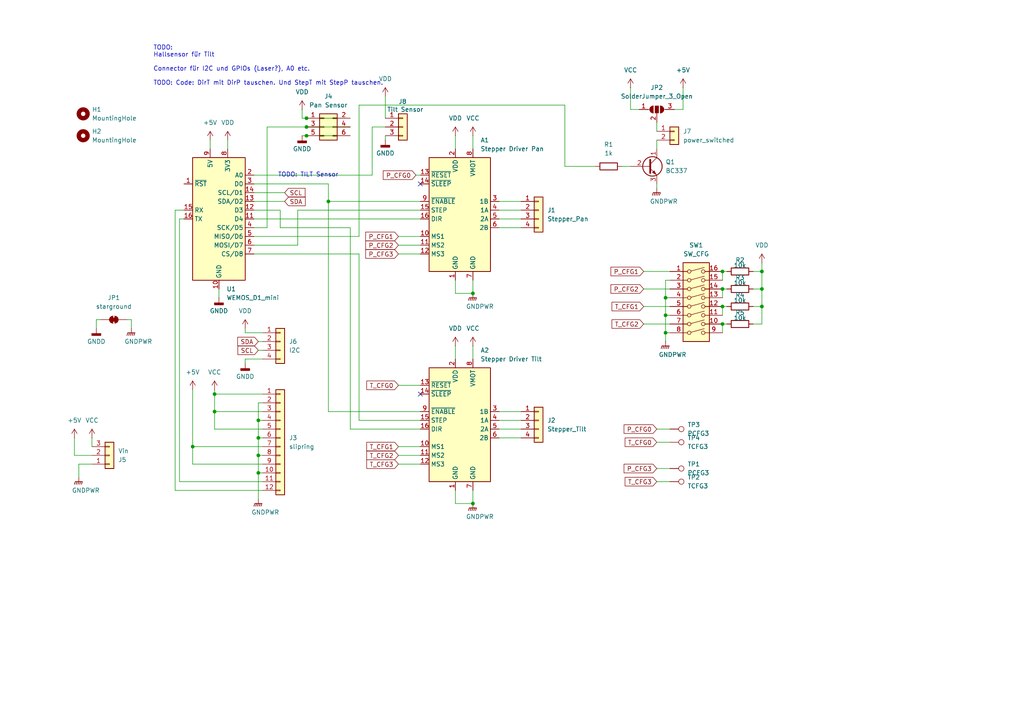
<source format=kicad_sch>
(kicad_sch (version 20231120) (generator "eeschema") (generator_version "8.0")
  (paper "A4")
  (lib_symbols
    (symbol "Connector:TestPoint" (pin_numbers hide) (pin_names (offset 0.762) hide)
      (property "Reference" "TP" (at 0 6.858 0))
      (property "Value" "TestPoint" (at 0 5.08 0))
      (symbol "TestPoint_0_1"
        (circle (center 0 3.302) (radius 0.762))
      )
      (symbol "TestPoint_1_1"
        (pin passive line (at 0 0 90) (length 2.54) (name "1") (number "1"))
      )
    )
    (symbol "Connector_Generic:Conn_01x02" (pin_names (offset 1.016) hide)
      (property "Reference" "J" (at 0 2.54 0))
      (property "Value" "Conn_01x02" (at 0 -5.08 0))
      (symbol "Conn_01x02_1_1"
        (rectangle (start -1.27 -2.413) (end 0 -2.667) (stroke (width 0.1524)))
        (rectangle (start -1.27 0.127) (end 0 -0.127) (stroke (width 0.1524)))
        (rectangle (start -1.27 1.27) (end 1.27 -3.81) (stroke (width 0.254)) (fill (type background)))
        (pin passive line (at -5.08 0 0) (length 3.81) (name "Pin_1") (number "1"))
        (pin passive line (at -5.08 -2.54 0) (length 3.81) (name "Pin_2") (number "2"))
      )
    )
    (symbol "Connector_Generic:Conn_01x03" (pin_names (offset 1.016) hide)
      (property "Reference" "J" (at 0 5.08 0))
      (property "Value" "Conn_01x03" (at 0 -5.08 0))
      (symbol "Conn_01x03_1_1"
        (rectangle (start -1.27 -2.413) (end 0 -2.667) (stroke (width 0.1524)))
        (rectangle (start -1.27 0.127) (end 0 -0.127) (stroke (width 0.1524)))
        (rectangle (start -1.27 2.667) (end 0 2.413) (stroke (width 0.1524)))
        (rectangle (start -1.27 3.81) (end 1.27 -3.81) (stroke (width 0.254)) (fill (type background)))
        (pin passive line (at -5.08 2.54 0) (length 3.81) (name "Pin_1") (number "1"))
        (pin passive line (at -5.08 0 0) (length 3.81) (name "Pin_2") (number "2"))
        (pin passive line (at -5.08 -2.54 0) (length 3.81) (name "Pin_3") (number "3"))
      )
    )
    (symbol "Connector_Generic:Conn_01x04" (pin_names (offset 1.016) hide)
      (property "Reference" "J" (at 0 5.08 0))
      (property "Value" "Conn_01x04" (at 0 -7.62 0))
      (symbol "Conn_01x04_1_1"
        (rectangle (start -1.27 -4.953) (end 0 -5.207) (stroke (width 0.1524)))
        (rectangle (start -1.27 -2.413) (end 0 -2.667) (stroke (width 0.1524)))
        (rectangle (start -1.27 0.127) (end 0 -0.127) (stroke (width 0.1524)))
        (rectangle (start -1.27 2.667) (end 0 2.413) (stroke (width 0.1524)))
        (rectangle (start -1.27 3.81) (end 1.27 -6.35) (stroke (width 0.254)) (fill (type background)))
        (pin passive line (at -5.08 2.54 0) (length 3.81) (name "Pin_1") (number "1"))
        (pin passive line (at -5.08 0 0) (length 3.81) (name "Pin_2") (number "2"))
        (pin passive line (at -5.08 -2.54 0) (length 3.81) (name "Pin_3") (number "3"))
        (pin passive line (at -5.08 -5.08 0) (length 3.81) (name "Pin_4") (number "4"))
      )
    )
    (symbol "Connector_Generic:Conn_01x12" (pin_names (offset 1.016) hide)
      (property "Reference" "J" (at 0 15.24 0))
      (property "Value" "Conn_01x12" (at 0 -17.78 0))
      (symbol "Conn_01x12_1_1"
        (rectangle (start -1.27 -15.113) (end 0 -15.367) (stroke (width 0.1524)))
        (rectangle (start -1.27 -12.573) (end 0 -12.827) (stroke (width 0.1524)))
        (rectangle (start -1.27 -10.033) (end 0 -10.287) (stroke (width 0.1524)))
        (rectangle (start -1.27 -7.493) (end 0 -7.747) (stroke (width 0.1524)))
        (rectangle (start -1.27 -4.953) (end 0 -5.207) (stroke (width 0.1524)))
        (rectangle (start -1.27 -2.413) (end 0 -2.667) (stroke (width 0.1524)))
        (rectangle (start -1.27 0.127) (end 0 -0.127) (stroke (width 0.1524)))
        (rectangle (start -1.27 2.667) (end 0 2.413) (stroke (width 0.1524)))
        (rectangle (start -1.27 5.207) (end 0 4.953) (stroke (width 0.1524)))
        (rectangle (start -1.27 7.747) (end 0 7.493) (stroke (width 0.1524)))
        (rectangle (start -1.27 10.287) (end 0 10.033) (stroke (width 0.1524)))
        (rectangle (start -1.27 12.827) (end 0 12.573) (stroke (width 0.1524)))
        (rectangle (start -1.27 13.97) (end 1.27 -16.51) (stroke (width 0.254)) (fill (type background)))
        (pin passive line (at -5.08 12.7 0) (length 3.81) (name "Pin_1") (number "1"))
        (pin passive line (at -5.08 -10.16 0) (length 3.81) (name "Pin_10") (number "10"))
        (pin passive line (at -5.08 -12.7 0) (length 3.81) (name "Pin_11") (number "11"))
        (pin passive line (at -5.08 -15.24 0) (length 3.81) (name "Pin_12") (number "12"))
        (pin passive line (at -5.08 10.16 0) (length 3.81) (name "Pin_2") (number "2"))
        (pin passive line (at -5.08 7.62 0) (length 3.81) (name "Pin_3") (number "3"))
        (pin passive line (at -5.08 5.08 0) (length 3.81) (name "Pin_4") (number "4"))
        (pin passive line (at -5.08 2.54 0) (length 3.81) (name "Pin_5") (number "5"))
        (pin passive line (at -5.08 0 0) (length 3.81) (name "Pin_6") (number "6"))
        (pin passive line (at -5.08 -2.54 0) (length 3.81) (name "Pin_7") (number "7"))
        (pin passive line (at -5.08 -5.08 0) (length 3.81) (name "Pin_8") (number "8"))
        (pin passive line (at -5.08 -7.62 0) (length 3.81) (name "Pin_9") (number "9"))
      )
    )
    (symbol "Connector_Generic:Conn_02x03_Odd_Even" (pin_names (offset 1.016) hide)
      (property "Reference" "J" (at 1.27 5.08 0))
      (property "Value" "Conn_02x03_Odd_Even" (at 1.27 -5.08 0))
      (symbol "Conn_02x03_Odd_Even_1_1"
        (rectangle (start -1.27 -2.413) (end 0 -2.667) (stroke (width 0.1524)))
        (rectangle (start -1.27 0.127) (end 0 -0.127) (stroke (width 0.1524)))
        (rectangle (start -1.27 2.667) (end 0 2.413) (stroke (width 0.1524)))
        (rectangle (start -1.27 3.81) (end 3.81 -3.81) (stroke (width 0.254)) (fill (type background)))
        (rectangle (start 3.81 -2.413) (end 2.54 -2.667) (stroke (width 0.1524)))
        (rectangle (start 3.81 0.127) (end 2.54 -0.127) (stroke (width 0.1524)))
        (rectangle (start 3.81 2.667) (end 2.54 2.413) (stroke (width 0.1524)))
        (pin passive line (at -5.08 2.54 0) (length 3.81) (name "Pin_1") (number "1"))
        (pin passive line (at 7.62 2.54 180) (length 3.81) (name "Pin_2") (number "2"))
        (pin passive line (at -5.08 0 0) (length 3.81) (name "Pin_3") (number "3"))
        (pin passive line (at 7.62 0 180) (length 3.81) (name "Pin_4") (number "4"))
        (pin passive line (at -5.08 -2.54 0) (length 3.81) (name "Pin_5") (number "5"))
        (pin passive line (at 7.62 -2.54 180) (length 3.81) (name "Pin_6") (number "6"))
      )
    )
    (symbol "Device:R" (pin_numbers hide) (pin_names (offset 0))
      (property "Reference" "R" (at 2.032 0 90))
      (property "Value" "R" (at 0 0 90))
      (symbol "R_0_1"
        (rectangle (start -1.016 -2.54) (end 1.016 2.54) (stroke (width 0.254)))
      )
      (symbol "R_1_1"
        (pin passive line (at 0 3.81 270) (length 1.27) (name "~") (number "1"))
        (pin passive line (at 0 -3.81 90) (length 1.27) (name "~") (number "2"))
      )
    )
    (symbol "Driver_Motor:Pololu_Breakout_A4988"
      (property "Reference" "A" (at -2.54 19.05 0))
      (property "Value" "Pololu_Breakout_A4988" (at -2.54 16.51 0))
      (symbol "Pololu_Breakout_A4988_0_1"
        (rectangle (start 10.16 -17.78) (end -7.62 15.24) (stroke (width 0.254)) (fill (type background)))
      )
      (symbol "Pololu_Breakout_A4988_1_1"
        (pin power_in line (at 0 -20.32 90) (length 2.54) (name "GND") (number "1"))
        (pin input line (at -10.16 -7.62 0) (length 2.54) (name "MS1") (number "10"))
        (pin input line (at -10.16 -10.16 0) (length 2.54) (name "MS2") (number "11"))
        (pin input line (at -10.16 -12.7 0) (length 2.54) (name "MS3") (number "12"))
        (pin input line (at -10.16 10.16 0) (length 2.54) (name "~{RESET}") (number "13"))
        (pin input line (at -10.16 7.62 0) (length 2.54) (name "~{SLEEP}") (number "14"))
        (pin input line (at -10.16 0 0) (length 2.54) (name "STEP") (number "15"))
        (pin input line (at -10.16 -2.54 0) (length 2.54) (name "DIR") (number "16"))
        (pin power_in line (at 0 17.78 270) (length 2.54) (name "VDD") (number "2"))
        (pin output line (at 12.7 2.54 180) (length 2.54) (name "1B") (number "3"))
        (pin output line (at 12.7 0 180) (length 2.54) (name "1A") (number "4"))
        (pin output line (at 12.7 -2.54 180) (length 2.54) (name "2A") (number "5"))
        (pin output line (at 12.7 -5.08 180) (length 2.54) (name "2B") (number "6"))
        (pin power_in line (at 5.08 -20.32 90) (length 2.54) (name "GND") (number "7"))
        (pin power_in line (at 5.08 17.78 270) (length 2.54) (name "VMOT") (number "8"))
        (pin input line (at -10.16 2.54 0) (length 2.54) (name "~{ENABLE}") (number "9"))
      )
    )
    (symbol "Jumper:SolderJumper_2_Bridged" (pin_numbers hide) (pin_names (offset 0) hide) (exclude_from_sim yes) (in_bom no)
      (property "Reference" "JP" (at 0 2.032 0))
      (property "Value" "SolderJumper_2_Bridged" (at 0 -2.54 0))
      (symbol "SolderJumper_2_Bridged_0_1"
        (rectangle (start -0.508 0.508) (end 0.508 -0.508) (fill (type outline)))
        (arc (start -0.254 1.016) (mid -1.2656 0) (end -0.254 -1.016))
        (arc (start -0.254 1.016) (mid -1.2656 0) (end -0.254 -1.016) (fill (type outline)))
        (polyline (pts (xy -0.254 1.016) (xy -0.254 -1.016)))
        (polyline (pts (xy 0.254 1.016) (xy 0.254 -1.016)))
        (arc (start 0.254 -1.016) (mid 1.2656 0) (end 0.254 1.016))
        (arc (start 0.254 -1.016) (mid 1.2656 0) (end 0.254 1.016) (fill (type outline)))
      )
      (symbol "SolderJumper_2_Bridged_1_1"
        (pin passive line (at -3.81 0 0) (length 2.54) (name "A") (number "1"))
        (pin passive line (at 3.81 0 180) (length 2.54) (name "B") (number "2"))
      )
    )
    (symbol "Jumper:SolderJumper_3_Open" (pin_names (offset 0) hide) (exclude_from_sim yes) (in_bom no)
      (property "Reference" "JP" (at -2.54 -2.54 0))
      (property "Value" "SolderJumper_3_Open" (at 0 2.794 0))
      (symbol "SolderJumper_3_Open_0_1"
        (arc (start -1.016 1.016) (mid -2.0276 0) (end -1.016 -1.016))
        (arc (start -1.016 1.016) (mid -2.0276 0) (end -1.016 -1.016) (fill (type outline)))
        (rectangle (start -0.508 1.016) (end 0.508 -1.016) (fill (type outline)))
        (polyline (pts (xy -2.54 0) (xy -2.032 0)))
        (polyline (pts (xy -1.016 1.016) (xy -1.016 -1.016)))
        (polyline (pts (xy 0 -1.27) (xy 0 -1.016)))
        (polyline (pts (xy 1.016 1.016) (xy 1.016 -1.016)))
        (polyline (pts (xy 2.54 0) (xy 2.032 0)))
        (arc (start 1.016 -1.016) (mid 2.0276 0) (end 1.016 1.016))
        (arc (start 1.016 -1.016) (mid 2.0276 0) (end 1.016 1.016) (fill (type outline)))
      )
      (symbol "SolderJumper_3_Open_1_1"
        (pin passive line (at -5.08 0 0) (length 2.54) (name "A") (number "1"))
        (pin passive line (at 0 -3.81 90) (length 2.54) (name "C") (number "2"))
        (pin passive line (at 5.08 0 180) (length 2.54) (name "B") (number "3"))
      )
    )
    (symbol "Mechanical:MountingHole" (pin_names (offset 1.016)) (exclude_from_sim yes) (in_bom no)
      (property "Reference" "H" (at 0 5.08 0))
      (property "Value" "MountingHole" (at 0 3.175 0))
      (symbol "MountingHole_0_1"
        (circle (center 0 0) (radius 1.27) (stroke (width 1.27)))
      )
    )
    (symbol "RF_Module:WEMOS_D1_mini"
      (property "Reference" "U" (at 3.81 19.05 0))
      (property "Value" "WEMOS_D1_mini" (at 1.27 -19.05 0))
      (symbol "WEMOS_D1_mini_1_1"
        (rectangle (start -7.62 17.78) (end 7.62 -17.78) (stroke (width 0.254)) (fill (type background)))
        (pin input line (at -10.16 10.16 0) (length 2.54) (name "~{RST}") (number "1"))
        (pin power_in line (at 0 -20.32 90) (length 2.54) (name "GND") (number "10"))
        (pin bidirectional line (at 10.16 0 180) (length 2.54) (name "D4") (number "11"))
        (pin bidirectional line (at 10.16 2.54 180) (length 2.54) (name "D3") (number "12"))
        (pin bidirectional line (at 10.16 5.08 180) (length 2.54) (name "SDA/D2") (number "13"))
        (pin bidirectional line (at 10.16 7.62 180) (length 2.54) (name "SCL/D1") (number "14"))
        (pin input line (at -10.16 2.54 0) (length 2.54) (name "RX") (number "15"))
        (pin output line (at -10.16 0 0) (length 2.54) (name "TX") (number "16"))
        (pin input line (at 10.16 12.7 180) (length 2.54) (name "A0") (number "2"))
        (pin bidirectional line (at 10.16 10.16 180) (length 2.54) (name "D0") (number "3"))
        (pin bidirectional line (at 10.16 -2.54 180) (length 2.54) (name "SCK/D5") (number "4"))
        (pin bidirectional line (at 10.16 -5.08 180) (length 2.54) (name "MISO/D6") (number "5"))
        (pin bidirectional line (at 10.16 -7.62 180) (length 2.54) (name "MOSI/D7") (number "6"))
        (pin bidirectional line (at 10.16 -10.16 180) (length 2.54) (name "CS/D8") (number "7"))
        (pin power_out line (at 2.54 20.32 270) (length 2.54) (name "3V3") (number "8"))
        (pin power_in line (at -2.54 20.32 270) (length 2.54) (name "5V") (number "9"))
      )
    )
    (symbol "Switch:SW_DIP_x08" (pin_names (offset 0) hide)
      (property "Reference" "SW" (at 0 13.97 0))
      (property "Value" "SW_DIP_x08" (at 0 -11.43 0))
      (symbol "SW_DIP_x08_0_0"
        (circle (center -2.032 -7.62) (radius 0.508))
        (circle (center -2.032 -5.08) (radius 0.508))
        (circle (center -2.032 -2.54) (radius 0.508))
        (circle (center -2.032 0) (radius 0.508))
        (circle (center -2.032 2.54) (radius 0.508))
        (circle (center -2.032 5.08) (radius 0.508))
        (circle (center -2.032 7.62) (radius 0.508))
        (circle (center -2.032 10.16) (radius 0.508))
        (polyline (pts (xy -1.524 -7.4676) (xy 2.3622 -6.4262)))
        (polyline (pts (xy -1.524 -4.9276) (xy 2.3622 -3.8862)))
        (polyline (pts (xy -1.524 -2.3876) (xy 2.3622 -1.3462)))
        (polyline (pts (xy -1.524 0.127) (xy 2.3622 1.1684)))
        (polyline (pts (xy -1.524 2.667) (xy 2.3622 3.7084)))
        (polyline (pts (xy -1.524 5.207) (xy 2.3622 6.2484)))
        (polyline (pts (xy -1.524 7.747) (xy 2.3622 8.7884)))
        (polyline (pts (xy -1.524 10.287) (xy 2.3622 11.3284)))
        (circle (center 2.032 -7.62) (radius 0.508))
        (circle (center 2.032 -5.08) (radius 0.508))
        (circle (center 2.032 -2.54) (radius 0.508))
        (circle (center 2.032 0) (radius 0.508))
        (circle (center 2.032 2.54) (radius 0.508))
        (circle (center 2.032 5.08) (radius 0.508))
        (circle (center 2.032 7.62) (radius 0.508))
        (circle (center 2.032 10.16) (radius 0.508))
      )
      (symbol "SW_DIP_x08_0_1"
        (rectangle (start -3.81 12.7) (end 3.81 -10.16) (stroke (width 0.254)) (fill (type background)))
      )
      (symbol "SW_DIP_x08_1_1"
        (pin passive line (at -7.62 10.16 0) (length 5.08) (name "~") (number "1"))
        (pin passive line (at 7.62 -5.08 180) (length 5.08) (name "~") (number "10"))
        (pin passive line (at 7.62 -2.54 180) (length 5.08) (name "~") (number "11"))
        (pin passive line (at 7.62 0 180) (length 5.08) (name "~") (number "12"))
        (pin passive line (at 7.62 2.54 180) (length 5.08) (name "~") (number "13"))
        (pin passive line (at 7.62 5.08 180) (length 5.08) (name "~") (number "14"))
        (pin passive line (at 7.62 7.62 180) (length 5.08) (name "~") (number "15"))
        (pin passive line (at 7.62 10.16 180) (length 5.08) (name "~") (number "16"))
        (pin passive line (at -7.62 7.62 0) (length 5.08) (name "~") (number "2"))
        (pin passive line (at -7.62 5.08 0) (length 5.08) (name "~") (number "3"))
        (pin passive line (at -7.62 2.54 0) (length 5.08) (name "~") (number "4"))
        (pin passive line (at -7.62 0 0) (length 5.08) (name "~") (number "5"))
        (pin passive line (at -7.62 -2.54 0) (length 5.08) (name "~") (number "6"))
        (pin passive line (at -7.62 -5.08 0) (length 5.08) (name "~") (number "7"))
        (pin passive line (at -7.62 -7.62 0) (length 5.08) (name "~") (number "8"))
        (pin passive line (at 7.62 -7.62 180) (length 5.08) (name "~") (number "9"))
      )
    )
    (symbol "Transistor_BJT:BC337" (pin_names (offset 0) hide)
      (property "Reference" "Q" (at 5.08 1.905 0))
      (property "Value" "BC337" (at 5.08 0 0))
      (symbol "BC337_0_1"
        (polyline (pts (xy 0 0) (xy 0.635 0)))
        (polyline (pts (xy 0.635 0.635) (xy 2.54 2.54)))
        (polyline (pts (xy 0.635 -0.635) (xy 2.54 -2.54) (xy 2.54 -2.54)))
        (polyline (pts (xy 0.635 1.905) (xy 0.635 -1.905) (xy 0.635 -1.905)) (stroke (width 0.508)))
        (polyline (pts (xy 1.27 -1.778) (xy 1.778 -1.27) (xy 2.286 -2.286) (xy 1.27 -1.778) (xy 1.27 -1.778)) (fill (type outline)))
        (circle (center 1.27 0) (radius 2.8194) (stroke (width 0.254)))
      )
      (symbol "BC337_1_1"
        (pin passive line (at 2.54 5.08 270) (length 2.54) (name "C") (number "1"))
        (pin input line (at -5.08 0 0) (length 5.08) (name "B") (number "2"))
        (pin passive line (at 2.54 -5.08 90) (length 2.54) (name "E") (number "3"))
      )
    )
    (symbol "power:+5V" (power) (pin_numbers hide) (pin_names (offset 0) hide)
      (property "Value" "+5V" (at 0 3.556 0))
      (symbol "+5V_0_1"
        (polyline (pts (xy -0.762 1.27) (xy 0 2.54)))
        (polyline (pts (xy 0 0) (xy 0 2.54)))
        (polyline (pts (xy 0 2.54) (xy 0.762 1.27)))
      )
      (symbol "+5V_1_1"
        (pin power_in line (at 0 0 90) (length 0) (name "~") (number "1"))
      )
    )
    (symbol "power:GNDD" (power) (pin_numbers hide) (pin_names (offset 0) hide)
      (property "Value" "GNDD" (at 0 -3.175 0))
      (symbol "GNDD_0_1"
        (rectangle (start -1.27 -1.524) (end 1.27 -2.032) (stroke (width 0.254)) (fill (type outline)))
        (polyline (pts (xy 0 0) (xy 0 -1.524)))
      )
      (symbol "GNDD_1_1"
        (pin power_in line (at 0 0 270) (length 0) (name "~") (number "1"))
      )
    )
    (symbol "power:GNDPWR" (power) (pin_numbers hide) (pin_names (offset 0) hide)
      (property "Value" "GNDPWR" (at 0 -3.302 0))
      (symbol "GNDPWR_0_1"
        (polyline (pts (xy 0 -1.27) (xy 0 0)))
        (polyline (pts (xy -1.016 -1.27) (xy -1.27 -2.032) (xy -1.27 -2.032)) (stroke (width 0.2032)))
        (polyline (pts (xy -0.508 -1.27) (xy -0.762 -2.032) (xy -0.762 -2.032)) (stroke (width 0.2032)))
        (polyline (pts (xy 0 -1.27) (xy -0.254 -2.032) (xy -0.254 -2.032)) (stroke (width 0.2032)))
        (polyline (pts (xy 0.508 -1.27) (xy 0.254 -2.032) (xy 0.254 -2.032)) (stroke (width 0.2032)))
        (polyline (pts (xy 1.016 -1.27) (xy -1.016 -1.27) (xy -1.016 -1.27)) (stroke (width 0.2032)))
        (polyline (pts (xy 1.016 -1.27) (xy 0.762 -2.032) (xy 0.762 -2.032) (xy 0.762 -2.032)) (stroke (width 0.2032)))
      )
      (symbol "GNDPWR_1_1"
        (pin power_in line (at 0 0 270) (length 0) (name "~") (number "1"))
      )
    )
    (symbol "power:VCC" (power) (pin_numbers hide) (pin_names (offset 0) hide)
      (property "Value" "VCC" (at 0 3.556 0))
      (symbol "VCC_0_1"
        (polyline (pts (xy -0.762 1.27) (xy 0 2.54)))
        (polyline (pts (xy 0 0) (xy 0 2.54)))
        (polyline (pts (xy 0 2.54) (xy 0.762 1.27)))
      )
      (symbol "VCC_1_1"
        (pin power_in line (at 0 0 90) (length 0) (name "~") (number "1"))
      )
    )
    (symbol "power:VDD" (power) (pin_numbers hide) (pin_names (offset 0) hide)
      (property "Value" "VDD" (at 0 3.556 0))
      (symbol "VDD_0_1"
        (polyline (pts (xy -0.762 1.27) (xy 0 2.54)))
        (polyline (pts (xy 0 0) (xy 0 2.54)))
        (polyline (pts (xy 0 2.54) (xy 0.762 1.27)))
      )
      (symbol "VDD_1_1"
        (pin power_in line (at 0 0 90) (length 0) (name "~") (number "1"))
      )
    )
  )
  (junction (at 62.23 119.38))
  (junction (at 193.04 86.36))
  (junction (at 88.9 34.29))
  (junction (at 209.55 88.9))
  (junction (at 74.93 121.92))
  (junction (at 74.93 127))
  (junction (at 55.88 129.54))
  (junction (at 220.98 88.9))
  (junction (at 209.55 93.98))
  (junction (at 95.25 58.42))
  (junction (at 62.23 114.3))
  (junction (at 209.55 78.74))
  (junction (at 88.9 36.83))
  (junction (at 74.93 137.16))
  (junction (at 137.16 85.09))
  (junction (at 220.98 78.74))
  (junction (at 74.93 132.08))
  (junction (at 88.9 39.37))
  (junction (at 193.04 96.52))
  (junction (at 137.16 146.05))
  (junction (at 209.55 83.82))
  (junction (at 220.98 83.82))
  (junction (at 193.04 91.44))
  (no_connect (at 121.92 53.34))
  (no_connect (at 121.92 114.3))
  (wire (pts (xy 132.08 100.33) (xy 132.08 104.14)))
  (wire (pts (xy 62.23 113.03) (xy 62.23 114.3)))
  (wire (pts (xy 209.55 78.74) (xy 210.82 78.74)))
  (wire (pts (xy 115.57 111.76) (xy 121.92 111.76)))
  (wire (pts (xy 190.5 53.34) (xy 190.5 54.61)))
  (wire (pts (xy 74.93 116.84) (xy 74.93 121.92)))
  (wire (pts (xy 73.66 71.12) (xy 86.36 71.12)))
  (wire (pts (xy 121.92 60.96) (xy 86.36 60.96)))
  (wire (pts (xy 115.57 129.54) (xy 121.92 129.54)))
  (wire (pts (xy 144.78 119.38) (xy 151.13 119.38)))
  (wire (pts (xy 144.78 60.96) (xy 151.13 60.96)))
  (wire (pts (xy 190.5 35.56) (xy 190.5 38.1)))
  (wire (pts (xy 137.16 100.33) (xy 137.16 104.14)))
  (wire (pts (xy 77.47 66.04) (xy 77.47 36.83)))
  (wire (pts (xy 186.69 93.98) (xy 194.31 93.98)))
  (wire (pts (xy 73.66 73.66) (xy 104.14 73.66)))
  (wire (pts (xy 193.04 86.36) (xy 194.31 86.36)))
  (wire (pts (xy 132.08 81.28) (xy 132.08 85.09)))
  (wire (pts (xy 218.44 88.9) (xy 220.98 88.9)))
  (wire (pts (xy 27.94 92.71) (xy 29.21 92.71)))
  (wire (pts (xy 115.57 73.66) (xy 121.92 73.66)))
  (wire (pts (xy 74.93 137.16) (xy 76.2 137.16)))
  (wire (pts (xy 74.93 101.6) (xy 76.2 101.6)))
  (wire (pts (xy 104.14 30.48) (xy 104.14 68.58)))
  (wire (pts (xy 137.16 142.24) (xy 137.16 146.05)))
  (wire (pts (xy 144.78 66.04) (xy 151.13 66.04)))
  (wire (pts (xy 76.2 96.52) (xy 71.12 96.52)))
  (wire (pts (xy 73.66 53.34) (xy 95.25 53.34)))
  (wire (pts (xy 209.55 93.98) (xy 210.82 93.98)))
  (wire (pts (xy 190.5 40.64) (xy 190.5 43.18)))
  (wire (pts (xy 144.78 127) (xy 151.13 127)))
  (wire (pts (xy 81.28 60.96) (xy 73.66 60.96)))
  (wire (pts (xy 74.93 132.08) (xy 76.2 132.08)))
  (wire (pts (xy 209.55 88.9) (xy 210.82 88.9)))
  (wire (pts (xy 52.07 63.5) (xy 52.07 139.7)))
  (wire (pts (xy 21.59 132.08) (xy 21.59 127)))
  (wire (pts (xy 88.9 39.37) (xy 101.6 39.37)))
  (wire (pts (xy 186.69 78.74) (xy 194.31 78.74)))
  (wire (pts (xy 209.55 93.98) (xy 209.55 96.52)))
  (wire (pts (xy 107.95 36.83) (xy 107.95 50.8)))
  (wire (pts (xy 76.2 116.84) (xy 74.93 116.84)))
  (wire (pts (xy 195.58 31.75) (xy 198.12 31.75)))
  (wire (pts (xy 62.23 114.3) (xy 76.2 114.3)))
  (wire (pts (xy 101.6 124.46) (xy 101.6 66.04)))
  (wire (pts (xy 104.14 68.58) (xy 73.66 68.58)))
  (wire (pts (xy 132.08 146.05) (xy 137.16 146.05)))
  (wire (pts (xy 137.16 81.28) (xy 137.16 85.09)))
  (wire (pts (xy 193.04 91.44) (xy 193.04 86.36)))
  (wire (pts (xy 95.25 58.42) (xy 121.92 58.42)))
  (wire (pts (xy 26.67 127) (xy 26.67 129.54)))
  (wire (pts (xy 193.04 99.06) (xy 193.04 96.52)))
  (wire (pts (xy 55.88 113.03) (xy 55.88 129.54)))
  (wire (pts (xy 218.44 83.82) (xy 220.98 83.82)))
  (wire (pts (xy 87.63 34.29) (xy 88.9 34.29)))
  (wire (pts (xy 53.34 63.5) (xy 52.07 63.5)))
  (wire (pts (xy 144.78 121.92) (xy 151.13 121.92)))
  (wire (pts (xy 163.83 30.48) (xy 104.14 30.48)))
  (wire (pts (xy 209.55 78.74) (xy 209.55 81.28)))
  (wire (pts (xy 95.25 53.34) (xy 95.25 58.42)))
  (wire (pts (xy 71.12 96.52) (xy 71.12 95.25)))
  (wire (pts (xy 74.93 132.08) (xy 74.93 137.16)))
  (wire (pts (xy 198.12 31.75) (xy 198.12 25.4)))
  (wire (pts (xy 76.2 104.14) (xy 71.12 104.14)))
  (wire (pts (xy 190.5 124.46) (xy 194.31 124.46)))
  (wire (pts (xy 87.63 31.75) (xy 87.63 34.29)))
  (wire (pts (xy 132.08 142.24) (xy 132.08 146.05)))
  (wire (pts (xy 115.57 71.12) (xy 121.92 71.12)))
  (wire (pts (xy 26.67 132.08) (xy 21.59 132.08)))
  (wire (pts (xy 38.1 92.71) (xy 38.1 95.25)))
  (wire (pts (xy 74.93 99.06) (xy 76.2 99.06)))
  (wire (pts (xy 111.76 39.37) (xy 111.76 40.64)))
  (wire (pts (xy 55.88 129.54) (xy 76.2 129.54)))
  (wire (pts (xy 86.36 71.12) (xy 86.36 60.96)))
  (wire (pts (xy 132.08 39.37) (xy 132.08 43.18)))
  (wire (pts (xy 193.04 91.44) (xy 194.31 91.44)))
  (wire (pts (xy 76.2 124.46) (xy 62.23 124.46)))
  (wire (pts (xy 193.04 96.52) (xy 193.04 91.44)))
  (wire (pts (xy 121.92 124.46) (xy 101.6 124.46)))
  (wire (pts (xy 71.12 104.14) (xy 71.12 105.41)))
  (wire (pts (xy 55.88 134.62) (xy 76.2 134.62)))
  (wire (pts (xy 172.72 48.26) (xy 163.83 48.26)))
  (wire (pts (xy 36.83 92.71) (xy 38.1 92.71)))
  (wire (pts (xy 137.16 39.37) (xy 137.16 43.18)))
  (wire (pts (xy 104.14 73.66) (xy 104.14 121.92)))
  (wire (pts (xy 27.94 95.25) (xy 27.94 92.71)))
  (wire (pts (xy 104.14 121.92) (xy 121.92 121.92)))
  (wire (pts (xy 87.63 39.37) (xy 88.9 39.37)))
  (wire (pts (xy 95.25 119.38) (xy 95.25 58.42)))
  (wire (pts (xy 220.98 76.2) (xy 220.98 78.74)))
  (wire (pts (xy 73.66 58.42) (xy 82.55 58.42)))
  (wire (pts (xy 111.76 36.83) (xy 107.95 36.83)))
  (wire (pts (xy 209.55 83.82) (xy 210.82 83.82)))
  (wire (pts (xy 50.8 60.96) (xy 53.34 60.96)))
  (wire (pts (xy 209.55 88.9) (xy 209.55 91.44)))
  (wire (pts (xy 220.98 78.74) (xy 220.98 83.82)))
  (wire (pts (xy 115.57 134.62) (xy 121.92 134.62)))
  (wire (pts (xy 186.69 83.82) (xy 194.31 83.82)))
  (wire (pts (xy 190.5 128.27) (xy 194.31 128.27)))
  (wire (pts (xy 163.83 48.26) (xy 163.83 30.48)))
  (wire (pts (xy 66.04 40.64) (xy 66.04 43.18)))
  (wire (pts (xy 26.67 134.62) (xy 22.86 134.62)))
  (wire (pts (xy 74.93 121.92) (xy 76.2 121.92)))
  (wire (pts (xy 88.9 36.83) (xy 101.6 36.83)))
  (wire (pts (xy 144.78 63.5) (xy 151.13 63.5)))
  (wire (pts (xy 81.28 66.04) (xy 81.28 60.96)))
  (wire (pts (xy 193.04 81.28) (xy 194.31 81.28)))
  (wire (pts (xy 95.25 119.38) (xy 121.92 119.38)))
  (wire (pts (xy 55.88 129.54) (xy 55.88 134.62)))
  (wire (pts (xy 52.07 139.7) (xy 76.2 139.7)))
  (wire (pts (xy 62.23 124.46) (xy 62.23 119.38)))
  (wire (pts (xy 120.65 50.8) (xy 121.92 50.8)))
  (wire (pts (xy 209.55 83.82) (xy 209.55 86.36)))
  (wire (pts (xy 63.5 83.82) (xy 63.5 86.36)))
  (wire (pts (xy 180.34 48.26) (xy 182.88 48.26)))
  (wire (pts (xy 182.88 31.75) (xy 185.42 31.75)))
  (wire (pts (xy 220.98 88.9) (xy 220.98 93.98)))
  (wire (pts (xy 74.93 137.16) (xy 74.93 144.78)))
  (wire (pts (xy 50.8 142.24) (xy 50.8 60.96)))
  (wire (pts (xy 73.66 55.88) (xy 82.55 55.88)))
  (wire (pts (xy 74.93 127) (xy 74.93 132.08)))
  (wire (pts (xy 186.69 88.9) (xy 194.31 88.9)))
  (wire (pts (xy 62.23 119.38) (xy 62.23 114.3)))
  (wire (pts (xy 193.04 96.52) (xy 194.31 96.52)))
  (wire (pts (xy 220.98 83.82) (xy 220.98 88.9)))
  (wire (pts (xy 77.47 36.83) (xy 88.9 36.83)))
  (wire (pts (xy 190.5 135.89) (xy 194.31 135.89)))
  (wire (pts (xy 115.57 68.58) (xy 121.92 68.58)))
  (wire (pts (xy 220.98 93.98) (xy 218.44 93.98)))
  (wire (pts (xy 74.93 127) (xy 76.2 127)))
  (wire (pts (xy 73.66 50.8) (xy 107.95 50.8)))
  (wire (pts (xy 144.78 58.42) (xy 151.13 58.42)))
  (wire (pts (xy 88.9 34.29) (xy 101.6 34.29)))
  (wire (pts (xy 60.96 40.64) (xy 60.96 43.18)))
  (wire (pts (xy 62.23 119.38) (xy 76.2 119.38)))
  (wire (pts (xy 111.76 27.94) (xy 111.76 34.29)))
  (wire (pts (xy 76.2 142.24) (xy 50.8 142.24)))
  (wire (pts (xy 74.93 121.92) (xy 74.93 127)))
  (wire (pts (xy 190.5 139.7) (xy 194.31 139.7)))
  (wire (pts (xy 193.04 86.36) (xy 193.04 81.28)))
  (wire (pts (xy 73.66 63.5) (xy 121.92 63.5)))
  (wire (pts (xy 132.08 85.09) (xy 137.16 85.09)))
  (wire (pts (xy 115.57 132.08) (xy 121.92 132.08)))
  (wire (pts (xy 22.86 134.62) (xy 22.86 138.43)))
  (wire (pts (xy 182.88 25.4) (xy 182.88 31.75)))
  (wire (pts (xy 144.78 124.46) (xy 151.13 124.46)))
  (wire (pts (xy 73.66 66.04) (xy 77.47 66.04)))
  (wire (pts (xy 218.44 78.74) (xy 220.98 78.74)))
  (wire (pts (xy 101.6 66.04) (xy 81.28 66.04)))
  (text "TODO: TILT Sensor" (at 89.408 50.8 0) (effects (font (size 1.27 1.27))))
  (text "TODO:\nHallsensor für Tilt\n\nConnector für I2C und GPIOs (Laser?), A0 etc.\n\nTODO: Code: DirT mit DirP tauschen. Und StepT mit StepP tauschen." (at 44.45 19.05 0) (effects (font (size 1.27 1.27)) (justify left)))
  (global_label "P_CFG3" (shape input) (at 190.5 135.89 180) (property "Intersheetrefs" "${INTERSHEET_REFS}" (effects (hide yes))))
  (global_label "P_CFG1" (shape input) (at 115.57 68.58 180) (property "Intersheetrefs" "${INTERSHEET_REFS}" (effects (hide yes))))
  (global_label "P_CFG3" (shape input) (at 115.57 73.66 180) (property "Intersheetrefs" "${INTERSHEET_REFS}" (effects (hide yes))))
  (global_label "T_CFG2" (shape input) (at 186.69 93.98 180) (property "Intersheetrefs" "${INTERSHEET_REFS}" (effects (hide yes))))
  (global_label "SCL" (shape input) (at 74.93 101.6 180) (property "Intersheetrefs" "${INTERSHEET_REFS}" (effects (hide yes))))
  (global_label "T_CFG2" (shape input) (at 115.57 132.08 180) (property "Intersheetrefs" "${INTERSHEET_REFS}" (effects (hide yes))))
  (global_label "P_CFG0" (shape input) (at 190.5 124.46 180) (property "Intersheetrefs" "${INTERSHEET_REFS}" (effects (hide yes))))
  (global_label "T_CFG0" (shape input) (at 115.57 111.76 180) (property "Intersheetrefs" "${INTERSHEET_REFS}" (effects (hide yes))))
  (global_label "T_CFG1" (shape input) (at 186.69 88.9 180) (property "Intersheetrefs" "${INTERSHEET_REFS}" (effects (hide yes))))
  (global_label "T_CFG0" (shape input) (at 190.5 128.27 180) (property "Intersheetrefs" "${INTERSHEET_REFS}" (effects (hide yes))))
  (global_label "SCL" (shape input) (at 82.55 55.88 0) (property "Intersheetrefs" "${INTERSHEET_REFS}" (effects (hide yes))))
  (global_label "P_CFG1" (shape input) (at 186.69 78.74 180) (property "Intersheetrefs" "${INTERSHEET_REFS}" (effects (hide yes))))
  (global_label "T_CFG3" (shape input) (at 115.57 134.62 180) (property "Intersheetrefs" "${INTERSHEET_REFS}" (effects (hide yes))))
  (global_label "T_CFG1" (shape input) (at 115.57 129.54 180) (property "Intersheetrefs" "${INTERSHEET_REFS}" (effects (hide yes))))
  (global_label "T_CFG3" (shape input) (at 190.5 139.7 180) (property "Intersheetrefs" "${INTERSHEET_REFS}" (effects (hide yes))))
  (global_label "P_CFG2" (shape input) (at 115.57 71.12 180) (property "Intersheetrefs" "${INTERSHEET_REFS}" (effects (hide yes))))
  (global_label "P_CFG0" (shape input) (at 120.65 50.8 180) (property "Intersheetrefs" "${INTERSHEET_REFS}" (effects (hide yes))))
  (global_label "SDA" (shape input) (at 82.55 58.42 0) (property "Intersheetrefs" "${INTERSHEET_REFS}" (effects (hide yes))))
  (global_label "SDA" (shape input) (at 74.93 99.06 180) (property "Intersheetrefs" "${INTERSHEET_REFS}" (effects (hide yes))))
  (global_label "P_CFG2" (shape input) (at 186.69 83.82 180) (property "Intersheetrefs" "${INTERSHEET_REFS}" (effects (hide yes))))
  (symbol (lib_id "Device:R") (at 214.63 88.9 90) (unit 1)
    (property "Reference" "R4" (at 214.63 85.598 90))
    (property "Value" "10k" (at 214.63 87.122 90))
    (property "Footprint" "Resistor_SMD:R_0805_2012Metric_Pad1.20x1.40mm_HandSolder" (effects (hide yes)))
    (property "Description" "Resistor" (effects (hide yes)))
  )
  (symbol (lib_id "power:VDD") (at 132.08 39.37 0) (unit 1)
    (property "Reference" "#PWR06" (effects (hide yes)))
    (property "Value" "VDD" (at 132.08 34.29 0))
    (property "Description" "Power symbol creates a global label with name \"VDD\"" (effects (hide yes)))
  )
  (symbol (lib_id "power:GNDPWR") (at 193.04 99.06 0) (unit 1)
    (property "Reference" "#PWR027" (effects (hide yes)))
    (property "Value" "GNDPWR" (at 195.072 102.87 0))
    (property "Description" "Power symbol creates a global label with name \"GNDPWR\" , global ground" (effects (hide yes)))
  )
  (symbol (lib_id "power:GNDPWR") (at 137.16 146.05 0) (unit 1)
    (property "Reference" "#PWR010" (effects (hide yes)))
    (property "Value" "GNDPWR" (at 139.192 149.86 0))
    (property "Description" "Power symbol creates a global label with name \"GNDPWR\" , global ground" (effects (hide yes)))
  )
  (symbol (lib_id "power:GNDD") (at 111.76 40.64 0) (unit 1)
    (property "Reference" "#PWR025" (effects (hide yes)))
    (property "Value" "GNDD" (at 111.76 44.45 0))
    (property "Description" "Power symbol creates a global label with name \"GNDD\" , digital ground" (effects (hide yes)))
  )
  (symbol (lib_id "power:VDD") (at 66.04 40.64 0) (unit 1)
    (property "Reference" "#PWR05" (effects (hide yes)))
    (property "Value" "VDD" (at 66.04 35.56 0))
    (property "Description" "Power symbol creates a global label with name \"VDD\"" (effects (hide yes)))
  )
  (symbol (lib_id "Connector_Generic:Conn_01x04") (at 156.21 121.92 0) (unit 1)
    (property "Reference" "J2" (at 158.75 121.9199 0) (effects (justify left)))
    (property "Value" "Stepper_Tilt" (at 158.75 124.4599 0) (effects (justify left)))
    (property "Footprint" "Connector_Molex:Molex_PicoBlade_53261-0471_1x04-1MP_P1.25mm_Horizontal" (effects (hide yes)))
    (property "Description" "Generic connector, single row, 01x04, script generated (kicad-library-utils/schlib/autogen/connector/)" (effects (hide yes)))
  )
  (symbol (lib_id "power:+5V") (at 198.12 25.4 0) (unit 1)
    (property "Reference" "#PWR023" (effects (hide yes)))
    (property "Value" "+5V" (at 198.12 20.32 0))
    (property "Description" "Power symbol creates a global label with name \"+5V\"" (effects (hide yes)))
  )
  (symbol (lib_id "power:GNDD") (at 71.12 105.41 0) (unit 1)
    (property "Reference" "#PWR020" (effects (hide yes)))
    (property "Value" "GNDD" (at 71.12 109.22 0))
    (property "Description" "Power symbol creates a global label with name \"GNDD\" , digital ground" (effects (hide yes)))
  )
  (symbol (lib_id "Connector:TestPoint") (at 194.31 128.27 270) (unit 1)
    (property "Reference" "TP4" (at 199.39 126.9999 90) (effects (justify left)))
    (property "Value" "TCFG3" (at 199.39 129.5399 90) (effects (justify left)))
    (property "Footprint" "TestPoint:TestPoint_Pad_D1.0mm" (effects (hide yes)))
    (property "Description" "test point" (effects (hide yes)))
  )
  (symbol (lib_id "power:VDD") (at 111.76 27.94 0) (unit 1)
    (property "Reference" "#PWR026" (effects (hide yes)))
    (property "Value" "VDD" (at 111.76 22.86 0))
    (property "Description" "Power symbol creates a global label with name \"VDD\"" (effects (hide yes)))
  )
  (symbol (lib_id "Mechanical:MountingHole") (at 24.13 33.02 0) (unit 1) (exclude_from_sim yes) (in_bom no)
    (property "Reference" "H1" (at 26.67 31.7499 0) (effects (justify left)))
    (property "Value" "MountingHole" (at 26.67 34.2899 0) (effects (justify left)))
    (property "Footprint" "MountingHole:MountingHole_3.2mm_M3" (effects (hide yes)))
    (property "Description" "Mounting Hole without connection" (effects (hide yes)))
  )
  (symbol (lib_id "Jumper:SolderJumper_3_Open") (at 190.5 31.75 0) (unit 1) (exclude_from_sim yes) (in_bom no)
    (property "Reference" "JP2" (at 190.5 25.4 0))
    (property "Value" "SolderJumper_3_Open" (at 190.5 27.94 0))
    (property "Footprint" "Connector_PinHeader_2.54mm:PinHeader_1x03_P2.54mm_Horizontal" (effects (hide yes)))
    (property "Description" "Solder Jumper, 3-pole, open" (effects (hide yes)))
  )
  (symbol (lib_id "Device:R") (at 214.63 83.82 90) (unit 1)
    (property "Reference" "R3" (at 214.63 80.518 90))
    (property "Value" "10k" (at 214.63 82.042 90))
    (property "Footprint" "Resistor_SMD:R_0805_2012Metric_Pad1.20x1.40mm_HandSolder" (effects (hide yes)))
    (property "Description" "Resistor" (effects (hide yes)))
  )
  (symbol (lib_id "Device:R") (at 176.53 48.26 90) (unit 1)
    (property "Reference" "R1" (at 176.53 41.91 90))
    (property "Value" "1k" (at 176.53 44.45 90))
    (property "Footprint" "Resistor_SMD:R_0805_2012Metric_Pad1.20x1.40mm_HandSolder" (effects (hide yes)))
    (property "Description" "Resistor" (effects (hide yes)))
  )
  (symbol (lib_id "Transistor_BJT:BC337") (at 187.96 48.26 0) (unit 1)
    (property "Reference" "Q1" (at 193.04 46.9899 0) (effects (justify left)))
    (property "Value" "BC337" (at 193.04 49.5299 0) (effects (justify left)))
    (property "Footprint" "Package_TO_SOT_THT:TO-92_Inline" (effects (hide yes)))
    (property "Datasheet" "https://diotec.com/tl_files/diotec/files/pdf/datasheets/bc337.pdf" (effects (hide yes)))
    (property "Description" "0.8A Ic, 45V Vce, NPN Transistor, TO-92" (effects (hide yes)))
  )
  (symbol (lib_id "Connector_Generic:Conn_01x04") (at 81.28 99.06 0) (unit 1)
    (property "Reference" "J6" (at 83.82 99.0599 0) (effects (justify left)))
    (property "Value" "I2C" (at 83.82 101.5999 0) (effects (justify left)))
    (property "Footprint" "Connector_JST:JST_XH_S4B-XH-A-1_1x04_P2.50mm_Horizontal" (effects (hide yes)))
    (property "Description" "Generic connector, single row, 01x04, script generated (kicad-library-utils/schlib/autogen/connector/)" (effects (hide yes)))
  )
  (symbol (lib_id "power:GNDD") (at 87.63 39.37 0) (unit 1)
    (property "Reference" "#PWR011" (effects (hide yes)))
    (property "Value" "GNDD" (at 87.63 43.18 0))
    (property "Description" "Power symbol creates a global label with name \"GNDD\" , digital ground" (effects (hide yes)))
  )
  (symbol (lib_id "Connector_Generic:Conn_01x12") (at 81.28 127 0) (unit 1)
    (property "Reference" "J3" (at 83.82 126.9999 0) (effects (justify left)))
    (property "Value" "slipring" (at 83.82 129.5399 0) (effects (justify left)))
    (property "Footprint" "Connector_Molex:Molex_PicoBlade_53261-1271_1x12-1MP_P1.25mm_Horizontal" (effects (hide yes)))
    (property "Description" "Generic connector, single row, 01x12, script generated (kicad-library-utils/schlib/autogen/connector/)" (effects (hide yes)))
  )
  (symbol (lib_id "Driver_Motor:Pololu_Breakout_A4988") (at 132.08 121.92 0) (unit 1)
    (property "Reference" "A2" (at 139.3541 101.6 0) (effects (justify left)))
    (property "Value" "Stepper Driver Tilt" (at 139.3541 104.14 0) (effects (justify left)))
    (property "Footprint" "Module:Pololu_Breakout-16_15.2x20.3mm" (effects (hide yes)))
    (property "Datasheet" "https://www.pololu.com/product/2980/pictures" (effects (hide yes)))
    (property "Description" "Pololu Breakout Board, Stepper Driver A4988" (effects (hide yes)))
  )
  (symbol (lib_id "Connector_Generic:Conn_01x03") (at 116.84 36.83 0) (unit 1)
    (property "Reference" "J8" (at 115.57 29.464 0) (effects (justify left)))
    (property "Value" "Tilt Sensor" (at 112.268 31.75 0) (effects (justify left)))
    (property "Footprint" "Connector_JST:JST_XH_B3B-XH-A_1x03_P2.50mm_Vertical" (effects (hide yes)))
    (property "Description" "Generic connector, single row, 01x03, script generated (kicad-library-utils/schlib/autogen/connector/)" (effects (hide yes)))
  )
  (symbol (lib_id "Device:R") (at 214.63 93.98 90) (unit 1)
    (property "Reference" "R5" (at 214.63 90.678 90))
    (property "Value" "10k" (at 214.63 92.202 90))
    (property "Footprint" "Resistor_SMD:R_0805_2012Metric_Pad1.20x1.40mm_HandSolder" (effects (hide yes)))
    (property "Description" "Resistor" (effects (hide yes)))
  )
  (symbol (lib_id "power:+5V") (at 55.88 113.03 0) (unit 1)
    (property "Reference" "#PWR012" (effects (hide yes)))
    (property "Value" "+5V" (at 55.88 107.95 0))
    (property "Description" "Power symbol creates a global label with name \"+5V\"" (effects (hide yes)))
  )
  (symbol (lib_id "power:+5V") (at 60.96 40.64 0) (unit 1)
    (property "Reference" "#PWR04" (effects (hide yes)))
    (property "Value" "+5V" (at 60.96 35.56 0))
    (property "Description" "Power symbol creates a global label with name \"+5V\"" (effects (hide yes)))
  )
  (symbol (lib_id "power:GNDPWR") (at 190.5 54.61 0) (unit 1)
    (property "Reference" "#PWR022" (effects (hide yes)))
    (property "Value" "GNDPWR" (at 192.532 58.42 0))
    (property "Description" "Power symbol creates a global label with name \"GNDPWR\" , global ground" (effects (hide yes)))
  )
  (symbol (lib_id "power:VCC") (at 137.16 39.37 0) (unit 1)
    (property "Reference" "#PWR07" (effects (hide yes)))
    (property "Value" "VCC" (at 137.16 34.29 0))
    (property "Description" "Power symbol creates a global label with name \"VCC\"" (effects (hide yes)))
  )
  (symbol (lib_id "Connector:TestPoint") (at 194.31 139.7 270) (unit 1)
    (property "Reference" "TP2" (at 199.39 138.4299 90) (effects (justify left)))
    (property "Value" "TCFG3" (at 199.39 140.9699 90) (effects (justify left)))
    (property "Footprint" "TestPoint:TestPoint_Pad_D1.0mm" (effects (hide yes)))
    (property "Description" "test point" (effects (hide yes)))
  )
  (symbol (lib_id "Device:R") (at 214.63 78.74 90) (unit 1)
    (property "Reference" "R2" (at 214.63 75.438 90))
    (property "Value" "10k" (at 214.63 76.962 90))
    (property "Footprint" "Resistor_SMD:R_0805_2012Metric_Pad1.20x1.40mm_HandSolder" (effects (hide yes)))
    (property "Description" "Resistor" (effects (hide yes)))
  )
  (symbol (lib_id "power:VCC") (at 62.23 113.03 0) (unit 1)
    (property "Reference" "#PWR08" (effects (hide yes)))
    (property "Value" "VCC" (at 62.23 107.95 0))
    (property "Description" "Power symbol creates a global label with name \"VCC\"" (effects (hide yes)))
  )
  (symbol (lib_id "power:VDD") (at 71.12 95.25 0) (unit 1)
    (property "Reference" "#PWR021" (effects (hide yes)))
    (property "Value" "VDD" (at 71.12 90.17 0))
    (property "Description" "Power symbol creates a global label with name \"VDD\"" (effects (hide yes)))
  )
  (symbol (lib_id "Connector_Generic:Conn_01x04") (at 156.21 60.96 0) (unit 1)
    (property "Reference" "J1" (at 158.75 60.9599 0) (effects (justify left)))
    (property "Value" "Stepper_Pan" (at 158.75 63.4999 0) (effects (justify left)))
    (property "Footprint" "Connector_Molex:Molex_PicoBlade_53261-0471_1x04-1MP_P1.25mm_Horizontal" (effects (hide yes)))
    (property "Description" "Generic connector, single row, 01x04, script generated (kicad-library-utils/schlib/autogen/connector/)" (effects (hide yes)))
  )
  (symbol (lib_id "power:VDD") (at 87.63 31.75 0) (unit 1)
    (property "Reference" "#PWR019" (effects (hide yes)))
    (property "Value" "VDD" (at 87.63 26.67 0))
    (property "Description" "Power symbol creates a global label with name \"VDD\"" (effects (hide yes)))
  )
  (symbol (lib_id "power:+5V") (at 21.59 127 0) (unit 1)
    (property "Reference" "#PWR016" (effects (hide yes)))
    (property "Value" "+5V" (at 21.59 121.92 0))
    (property "Description" "Power symbol creates a global label with name \"+5V\"" (effects (hide yes)))
  )
  (symbol (lib_id "power:GNDPWR") (at 22.86 138.43 0) (unit 1)
    (property "Reference" "#PWR018" (effects (hide yes)))
    (property "Value" "GNDPWR" (at 24.892 142.24 0))
    (property "Description" "Power symbol creates a global label with name \"GNDPWR\" , global ground" (effects (hide yes)))
  )
  (symbol (lib_id "power:VDD") (at 220.98 76.2 0) (unit 1)
    (property "Reference" "#PWR028" (effects (hide yes)))
    (property "Value" "VDD" (at 220.98 71.12 0))
    (property "Description" "Power symbol creates a global label with name \"VDD\"" (effects (hide yes)))
  )
  (symbol (lib_id "power:VCC") (at 182.88 25.4 0) (unit 1)
    (property "Reference" "#PWR024" (effects (hide yes)))
    (property "Value" "VCC" (at 182.88 20.32 0))
    (property "Description" "Power symbol creates a global label with name \"VCC\"" (effects (hide yes)))
  )
  (symbol (lib_id "Connector_Generic:Conn_02x03_Odd_Even") (at 93.98 36.83 0) (unit 1)
    (property "Reference" "J4" (at 95.25 27.94 0))
    (property "Value" "Pan Sensor" (at 95.25 30.48 0))
    (property "Footprint" "Connector_PinSocket_2.54mm:PinSocket_2x03_P2.54mm_Vertical" (effects (hide yes)))
    (property "Description" "Generic connector, double row, 02x03, odd/even pin numbering scheme (row 1 odd numbers, row 2 even numbers), script generated (kicad-library-utils/schlib/autogen/connector/)" (effects (hide yes)))
  )
  (symbol (lib_id "RF_Module:WEMOS_D1_mini") (at 63.5 63.5 0) (unit 1)
    (property "Reference" "U1" (at 65.6941 83.82 0) (effects (justify left)))
    (property "Value" "WEMOS_D1_mini" (at 65.6941 86.36 0) (effects (justify left)))
    (property "Footprint" "RF_Module:WEMOS_D1_mini_light" (effects (hide yes)))
    (property "Datasheet" "https://wiki.wemos.cc/products:d1:d1_mini#documentation" (effects (hide yes)))
    (property "Description" "32-bit microcontroller module with WiFi" (effects (hide yes)))
  )
  (symbol (lib_id "power:GNDPWR") (at 74.93 144.78 0) (unit 1)
    (property "Reference" "#PWR014" (effects (hide yes)))
    (property "Value" "GNDPWR" (at 76.962 148.59 0))
    (property "Description" "Power symbol creates a global label with name \"GNDPWR\" , global ground" (effects (hide yes)))
  )
  (symbol (lib_id "Jumper:SolderJumper_2_Bridged") (at 33.02 92.71 0) (unit 1) (exclude_from_sim yes) (in_bom no)
    (property "Reference" "JP1" (at 33.02 86.36 0))
    (property "Value" "starground" (at 33.02 88.9 0))
    (property "Footprint" "Jumper:SolderJumper-2_P1.3mm_Bridged_Pad1.0x1.5mm" (effects (hide yes)))
    (property "Description" "Solder Jumper, 2-pole, closed/bridged" (effects (hide yes)))
  )
  (symbol (lib_id "power:VCC") (at 26.67 127 0) (unit 1)
    (property "Reference" "#PWR017" (effects (hide yes)))
    (property "Value" "VCC" (at 26.67 121.92 0))
    (property "Description" "Power symbol creates a global label with name \"VCC\"" (effects (hide yes)))
  )
  (symbol (lib_id "power:GNDPWR") (at 137.16 85.09 0) (unit 1)
    (property "Reference" "#PWR03" (effects (hide yes)))
    (property "Value" "GNDPWR" (at 139.192 88.9 0))
    (property "Description" "Power symbol creates a global label with name \"GNDPWR\" , global ground" (effects (hide yes)))
  )
  (symbol (lib_id "Switch:SW_DIP_x08") (at 201.93 88.9 0) (unit 1)
    (property "Reference" "SW1" (at 201.93 71.12 0))
    (property "Value" "SW_CFG" (at 201.93 73.66 0))
    (property "Footprint" "Button_Switch_SMD:DIP_Switch_8_2.54_wide" (effects (hide yes)))
    (property "Description" "8x DIP Switch, Single Pole Single Throw (SPST) switch, small symbol" (effects (hide yes)))
  )
  (symbol (lib_id "power:VDD") (at 132.08 100.33 0) (unit 1)
    (property "Reference" "#PWR02" (effects (hide yes)))
    (property "Value" "VDD" (at 132.08 95.25 0))
    (property "Description" "Power symbol creates a global label with name \"VDD\"" (effects (hide yes)))
  )
  (symbol (lib_id "Connector:TestPoint") (at 194.31 135.89 270) (unit 1)
    (property "Reference" "TP1" (at 199.39 134.6199 90) (effects (justify left)))
    (property "Value" "PCFG3" (at 199.39 137.1599 90) (effects (justify left)))
    (property "Footprint" "TestPoint:TestPoint_Pad_D1.0mm" (effects (hide yes)))
    (property "Description" "test point" (effects (hide yes)))
  )
  (symbol (lib_id "power:GNDPWR") (at 38.1 95.25 0) (unit 1)
    (property "Reference" "#PWR015" (effects (hide yes)))
    (property "Value" "GNDPWR" (at 40.132 99.06 0))
    (property "Description" "Power symbol creates a global label with name \"GNDPWR\" , global ground" (effects (hide yes)))
  )
  (symbol (lib_id "Connector_Generic:Conn_01x02") (at 195.58 38.1 0) (unit 1)
    (property "Reference" "J7" (at 198.12 38.0999 0) (effects (justify left)))
    (property "Value" "power_switched" (at 198.12 40.6399 0) (effects (justify left)))
    (property "Footprint" "Connector_JST:JST_XH_S2B-XH-A-1_1x02_P2.50mm_Horizontal" (effects (hide yes)))
    (property "Description" "Generic connector, single row, 01x02, script generated (kicad-library-utils/schlib/autogen/connector/)" (effects (hide yes)))
  )
  (symbol (lib_id "Mechanical:MountingHole") (at 24.13 39.37 0) (unit 1) (exclude_from_sim yes) (in_bom no)
    (property "Reference" "H2" (at 26.67 38.0999 0) (effects (justify left)))
    (property "Value" "MountingHole" (at 26.67 40.6399 0) (effects (justify left)))
    (property "Footprint" "MountingHole:MountingHole_3.2mm_M3" (effects (hide yes)))
    (property "Description" "Mounting Hole without connection" (effects (hide yes)))
  )
  (symbol (lib_id "Driver_Motor:Pololu_Breakout_A4988") (at 132.08 60.96 0) (unit 1)
    (property "Reference" "A1" (at 139.3541 40.64 0) (effects (justify left)))
    (property "Value" "Stepper Driver Pan" (at 139.3541 43.18 0) (effects (justify left)))
    (property "Footprint" "Module:Pololu_Breakout-16_15.2x20.3mm" (effects (hide yes)))
    (property "Datasheet" "https://www.pololu.com/product/2980/pictures" (effects (hide yes)))
    (property "Description" "Pololu Breakout Board, Stepper Driver A4988" (effects (hide yes)))
  )
  (symbol (lib_id "Connector_Generic:Conn_01x03") (at 31.75 132.08 0) (mirror x) (unit 1)
    (property "Reference" "J5" (at 34.29 133.3501 0) (effects (justify left)))
    (property "Value" "Vin" (at 34.29 130.8101 0) (effects (justify left)))
    (property "Footprint" "Connector_JST:JST_XH_S3B-XH-A-1_1x03_P2.50mm_Horizontal" (effects (hide yes)))
    (property "Description" "Generic connector, single row, 01x03, script generated (kicad-library-utils/schlib/autogen/connector/)" (effects (hide yes)))
  )
  (symbol (lib_id "power:GNDD") (at 27.94 95.25 0) (unit 1)
    (property "Reference" "#PWR013" (effects (hide yes)))
    (property "Value" "GNDD" (at 27.94 99.06 0))
    (property "Description" "Power symbol creates a global label with name \"GNDD\" , digital ground" (effects (hide yes)))
  )
  (symbol (lib_id "Connector:TestPoint") (at 194.31 124.46 270) (unit 1)
    (property "Reference" "TP3" (at 199.39 123.1899 90) (effects (justify left)))
    (property "Value" "PCFG3" (at 199.39 125.7299 90) (effects (justify left)))
    (property "Footprint" "TestPoint:TestPoint_Pad_D1.0mm" (effects (hide yes)))
    (property "Description" "test point" (effects (hide yes)))
  )
  (symbol (lib_id "power:GNDD") (at 63.5 86.36 0) (unit 1)
    (property "Reference" "#PWR01" (effects (hide yes)))
    (property "Value" "GNDD" (at 63.5 90.17 0))
    (property "Description" "Power symbol creates a global label with name \"GNDD\" , digital ground" (effects (hide yes)))
  )
  (symbol (lib_id "power:VCC") (at 137.16 100.33 0) (unit 1)
    (property "Reference" "#PWR09" (effects (hide yes)))
    (property "Value" "VCC" (at 137.16 95.25 0))
    (property "Description" "Power symbol creates a global label with name \"VCC\"" (effects (hide yes)))
  )
)
</source>
